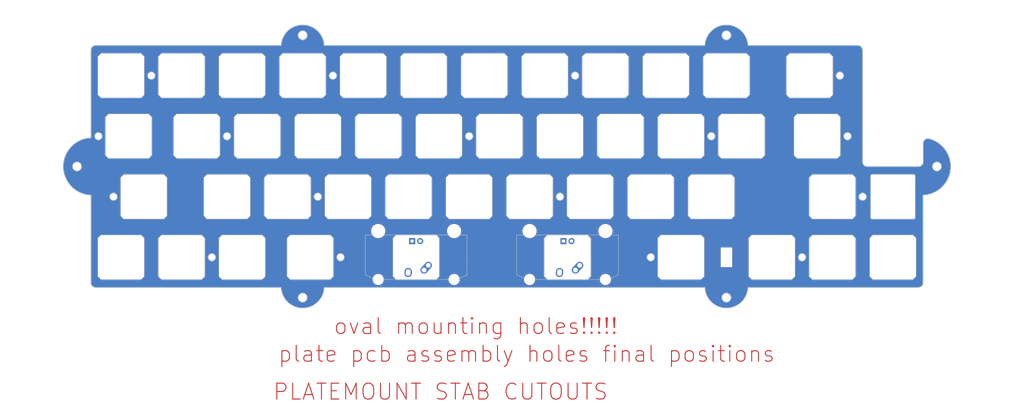
<source format=kicad_pcb>
(kicad_pcb (version 20221018) (generator pcbnew)
  (layers (0 "F.Cu" signal) (31 "B.Cu" signal) (34 "B.Paste" user) (35 "F.Paste" user) (36 "B.SilkS" user "B.Silkscreen") (37 "F.SilkS" user "F.Silkscreen") (38 "B.Mask" user) (39 "F.Mask" user) (44 "Edge.Cuts" user))
  (net 0 "")
  (net 1 "GND")
  (footprint "cipulot_parts:ecs_plate_cut_1U" (layer "F.Cu") (at 243.68125 51.59375)
    (fp_text reference "REF**")
    (fp_text value "Value " hide)
    (fp_line (start -7.3 -6) (end -7.3 6) (stroke (width 0.12)) (layer "Edge.Cuts"))
    (fp_line (start -7.3 6) (end -6.3 7) (stroke (width 0.12)) (layer "Edge.Cuts"))
    (fp_line (start -6.3 -7) (end -7.3 -6) (stroke (width 0.12)) (layer "Edge.Cuts"))
    (fp_line (start -6.3 7) (end 6.3 7) (stroke (width 0.12)) (layer "Edge.Cuts"))
    (fp_line (start 6.3 -7) (end -6.3 -7) (stroke (width 0.12)) (layer "Edge.Cuts"))
    (fp_line (start 6.3 -7) (end 7.3 -6) (stroke (width 0.12)) (layer "Edge.Cuts"))
    (fp_line (start 6.3 7) (end 7.3 6) (stroke (width 0.12)) (layer "Edge.Cuts"))
    (fp_line (start 7.3 6) (end 7.3 -6) (stroke (width 0.12)) (layer "Edge.Cuts"))
  )
  (footprint "cipulot_parts:ecs_plate_cut_1U" (layer "F.Cu") (at 88.9 70.64375)
    (fp_text reference "REF**")
    (fp_text value "Value " hide)
    (fp_line (start -7.3 -6) (end -7.3 6) (stroke (width 0.12)) (layer "Edge.Cuts"))
    (fp_line (start -7.3 6) (end -6.3 7) (stroke (width 0.12)) (layer "Edge.Cuts"))
    (fp_line (start -6.3 -7) (end -7.3 -6) (stroke (width 0.12)) (layer "Edge.Cuts"))
    (fp_line (start -6.3 7) (end 6.3 7) (stroke (width 0.12)) (layer "Edge.Cuts"))
    (fp_line (start 6.3 -7) (end -6.3 -7) (stroke (width 0.12)) (layer "Edge.Cuts"))
    (fp_line (start 6.3 -7) (end 7.3 -6) (stroke (width 0.12)) (layer "Edge.Cuts"))
    (fp_line (start 6.3 7) (end 7.3 6) (stroke (width 0.12)) (layer "Edge.Cuts"))
    (fp_line (start 7.3 6) (end 7.3 -6) (stroke (width 0.12)) (layer "Edge.Cuts"))
  )
  (footprint "cipulot_parts:ecs_plate_cut_1U" (layer "F.Cu") (at 165.1 70.64375)
    (fp_text reference "REF**")
    (fp_text value "Value " hide)
    (fp_line (start -7.3 -6) (end -7.3 6) (stroke (width 0.12)) (layer "Edge.Cuts"))
    (fp_line (start -7.3 6) (end -6.3 7) (stroke (width 0.12)) (layer "Edge.Cuts"))
    (fp_line (start -6.3 -7) (end -7.3 -6) (stroke (width 0.12)) (layer "Edge.Cuts"))
    (fp_line (start -6.3 7) (end 6.3 7) (stroke (width 0.12)) (layer "Edge.Cuts"))
    (fp_line (start 6.3 -7) (end -6.3 -7) (stroke (width 0.12)) (layer "Edge.Cuts"))
    (fp_line (start 6.3 -7) (end 7.3 -6) (stroke (width 0.12)) (layer "Edge.Cuts"))
    (fp_line (start 6.3 7) (end 7.3 6) (stroke (width 0.12)) (layer "Edge.Cuts"))
    (fp_line (start 7.3 6) (end 7.3 -6) (stroke (width 0.12)) (layer "Edge.Cuts"))
  )
  (footprint "cipulot_parts:ecs_plate_cut_1U" (layer "F.Cu") (at 29.36875 70.64375)
    (fp_text reference "REF**")
    (fp_text value "Value " hide)
    (fp_line (start -7.3 -6) (end -7.3 6) (stroke (width 0.12)) (layer "Edge.Cuts"))
    (fp_line (start -7.3 6) (end -6.3 7) (stroke (width 0.12)) (layer "Edge.Cuts"))
    (fp_line (start -6.3 -7) (end -7.3 -6) (stroke (width 0.12)) (layer "Edge.Cuts"))
    (fp_line (start -6.3 7) (end 6.3 7) (stroke (width 0.12)) (layer "Edge.Cuts"))
    (fp_line (start 6.3 -7) (end -6.3 -7) (stroke (width 0.12)) (layer "Edge.Cuts"))
    (fp_line (start 6.3 -7) (end 7.3 -6) (stroke (width 0.12)) (layer "Edge.Cuts"))
    (fp_line (start 6.3 7) (end 7.3 6) (stroke (width 0.12)) (layer "Edge.Cuts"))
    (fp_line (start 7.3 6) (end 7.3 -6) (stroke (width 0.12)) (layer "Edge.Cuts"))
  )
  (footprint "cipulot_parts:ecs_plate_cut_1U" (layer "F.Cu") (at 119.85625 108.74375)
    (fp_text reference "REF**")
    (fp_text value "Value " hide)
    (fp_line (start -7.3 -6) (end -7.3 6) (stroke (width 0.12)) (layer "Edge.Cuts"))
    (fp_line (start -7.3 6) (end -6.3 7) (stroke (width 0.12)) (layer "Edge.Cuts"))
    (fp_line (start -6.3 -7) (end -7.3 -6) (stroke (width 0.12)) (layer "Edge.Cuts"))
    (fp_line (start -6.3 7) (end 6.3 7) (stroke (width 0.12)) (layer "Edge.Cuts"))
    (fp_line (start 6.3 -7) (end -6.3 -7) (stroke (width 0.12)) (layer "Edge.Cuts"))
    (fp_line (start 6.3 -7) (end 7.3 -6) (stroke (width 0.12)) (layer "Edge.Cuts"))
    (fp_line (start 6.3 7) (end 7.3 6) (stroke (width 0.12)) (layer "Edge.Cuts"))
    (fp_line (start 7.3 6) (end 7.3 -6) (stroke (width 0.12)) (layer "Edge.Cuts"))
  )
  (footprint "cipulot_parts:ecs_plate_cut_1U" (layer "F.Cu") (at 46.0375 51.59375)
    (fp_text reference "REF**")
    (fp_text value "Value " hide)
    (fp_line (start -7.3 -6) (end -7.3 6) (stroke (width 0.12)) (layer "Edge.Cuts"))
    (fp_line (start -7.3 6) (end -6.3 7) (stroke (width 0.12)) (layer "Edge.Cuts"))
    (fp_line (start -6.3 -7) (end -7.3 -6) (stroke (width 0.12)) (layer "Edge.Cuts"))
    (fp_line (start -6.3 7) (end 6.3 7) (stroke (width 0.12)) (layer "Edge.Cuts"))
    (fp_line (start 6.3 -7) (end -6.3 -7) (stroke (width 0.12)) (layer "Edge.Cuts"))
    (fp_line (start 6.3 -7) (end 7.3 -6) (stroke (width 0.12)) (layer "Edge.Cuts"))
    (fp_line (start 6.3 7) (end 7.3 6) (stroke (width 0.12)) (layer "Edge.Cuts"))
    (fp_line (start 7.3 6) (end 7.3 -6) (stroke (width 0.12)) (layer "Edge.Cuts"))
  )
  (footprint "cipulot_parts:ecs_plate_cut_1U" (layer "F.Cu") (at 212.725 89.69375)
    (fp_text reference "REF**")
    (fp_text value "Value " hide)
    (fp_line (start -7.3 -6) (end -7.3 6) (stroke (width 0.12)) (layer "Edge.Cuts"))
    (fp_line (start -7.3 6) (end -6.3 7) (stroke (width 0.12)) (layer "Edge.Cuts"))
    (fp_line (start -6.3 -7) (end -7.3 -6) (stroke (width 0.12)) (layer "Edge.Cuts"))
    (fp_line (start -6.3 7) (end 6.3 7) (stroke (width 0.12)) (layer "Edge.Cuts"))
    (fp_line (start 6.3 -7) (end -6.3 -7) (stroke (width 0.12)) (layer "Edge.Cuts"))
    (fp_line (start 6.3 -7) (end 7.3 -6) (stroke (width 0.12)) (layer "Edge.Cuts"))
    (fp_line (start 6.3 7) (end 7.3 6) (stroke (width 0.12)) (layer "Edge.Cuts"))
    (fp_line (start 7.3 6) (end 7.3 -6) (stroke (width 0.12)) (layer "Edge.Cuts"))
  )
  (footprint "cipulot_parts:ecs_plate_cut_1U" (layer "F.Cu") (at 146.05 70.64375)
    (fp_text reference "REF**")
    (fp_text value "Value " hide)
    (fp_line (start -7.3 -6) (end -7.3 6) (stroke (width 0.12)) (layer "Edge.Cuts"))
    (fp_line (start -7.3 6) (end -6.3 7) (stroke (width 0.12)) (layer "Edge.Cuts"))
    (fp_line (start -6.3 -7) (end -7.3 -6) (stroke (width 0.12)) (layer "Edge.Cuts"))
    (fp_line (start -6.3 7) (end 6.3 7) (stroke (width 0.12)) (layer "Edge.Cuts"))
    (fp_line (start 6.3 -7) (end -6.3 -7) (stroke (width 0.12)) (layer "Edge.Cuts"))
    (fp_line (start 6.3 -7) (end 7.3 -6) (stroke (width 0.12)) (layer "Edge.Cuts"))
    (fp_line (start 6.3 7) (end 7.3 6) (stroke (width 0.12)) (layer "Edge.Cuts"))
    (fp_line (start 7.3 6) (end 7.3 -6) (stroke (width 0.12)) (layer "Edge.Cuts"))
  )
  (footprint "cipulot_parts:ecs_plate_cut_1U" (layer "F.Cu") (at 217.4875 51.59375)
    (fp_text reference "REF**")
    (fp_text value "Value " hide)
    (fp_line (start -7.3 -6) (end -7.3 6) (stroke (width 0.12)) (layer "Edge.Cuts"))
    (fp_line (start -7.3 6) (end -6.3 7) (stroke (width 0.12)) (layer "Edge.Cuts"))
    (fp_line (start -6.3 -7) (end -7.3 -6) (stroke (width 0.12)) (layer "Edge.Cuts"))
    (fp_line (start -6.3 7) (end 6.3 7) (stroke (width 0.12)) (layer "Edge.Cuts"))
    (fp_line (start 6.3 -7) (end -6.3 -7) (stroke (width 0.12)) (layer "Edge.Cuts"))
    (fp_line (start 6.3 -7) (end 7.3 -6) (stroke (width 0.12)) (layer "Edge.Cuts"))
    (fp_line (start 6.3 7) (end 7.3 6) (stroke (width 0.12)) (layer "Edge.Cuts"))
    (fp_line (start 7.3 6) (end 7.3 -6) (stroke (width 0.12)) (layer "Edge.Cuts"))
  )
  (footprint "cipulot_parts:ecs_plate_cut_2U" (layer "F.Cu") (at 167.48125 108.74375)
    (fp_text reference "REF**")
    (fp_text value "Value " hide)
    (fp_line (start -16 -7) (end 16 -7) (stroke (width 0.12)) (layer "Edge.Cuts"))
    (fp_line (start -16 0) (end -16 -7) (stroke (width 0.12)) (layer "Edge.Cuts"))
    (fp_line (start -16 0) (end -16 5.5) (stroke (width 0.12)) (layer "Edge.Cuts"))
    (fp_line (start -16 5.5) (end -13 7) (stroke (width 0.12)) (layer "Edge.Cuts"))
    (fp_line (start 13 7) (end -13 7) (stroke (width 0.12)) (layer "Edge.Cuts"))
    (fp_line (start 16 -7) (end 16 0) (stroke (width 0.12)) (layer "Edge.Cuts"))
    (fp_line (start 16 0) (end 16 5.5) (stroke (width 0.12)) (layer "Edge.Cuts"))
    (fp_line (start 16 5.5) (end 13 7) (stroke (width 0.12)) (layer "Edge.Cuts"))
  )
  (footprint "cipulot_parts:ecs_plate_cut_1U" (layer "F.Cu") (at 46.0375 108.74375)
    (fp_text reference "REF**")
    (fp_text value "Value " hide)
    (fp_line (start -7.3 -6) (end -7.3 6) (stroke (width 0.12)) (layer "Edge.Cuts"))
    (fp_line (start -7.3 6) (end -6.3 7) (stroke (width 0.12)) (layer "Edge.Cuts"))
    (fp_line (start -6.3 -7) (end -7.3 -6) (stroke (width 0.12)) (layer "Edge.Cuts"))
    (fp_line (start -6.3 7) (end 6.3 7) (stroke (width 0.12)) (layer "Edge.Cuts"))
    (fp_line (start 6.3 -7) (end -6.3 -7) (stroke (width 0.12)) (layer "Edge.Cuts"))
    (fp_line (start 6.3 -7) (end 7.3 -6) (stroke (width 0.12)) (layer "Edge.Cuts"))
    (fp_line (start 6.3 7) (end 7.3 6) (stroke (width 0.12)) (layer "Edge.Cuts"))
    (fp_line (start 7.3 6) (end 7.3 -6) (stroke (width 0.12)) (layer "Edge.Cuts"))
  )
  (footprint "cipulot_parts:ecs_plate_cut_1U" (layer "F.Cu") (at 127 70.64375)
    (fp_text reference "REF**")
    (fp_text value "Value " hide)
    (fp_line (start -7.3 -6) (end -7.3 6) (stroke (width 0.12)) (layer "Edge.Cuts"))
    (fp_line (start -7.3 6) (end -6.3 7) (stroke (width 0.12)) (layer "Edge.Cuts"))
    (fp_line (start -6.3 -7) (end -7.3 -6) (stroke (width 0.12)) (layer "Edge.Cuts"))
    (fp_line (start -6.3 7) (end 6.3 7) (stroke (width 0.12)) (layer "Edge.Cuts"))
    (fp_line (start 6.3 -7) (end -6.3 -7) (stroke (width 0.12)) (layer "Edge.Cuts"))
    (fp_line (start 6.3 -7) (end 7.3 -6) (stroke (width 0.12)) (layer "Edge.Cuts"))
    (fp_line (start 6.3 7) (end 7.3 6) (stroke (width 0.12)) (layer "Edge.Cuts"))
    (fp_line (start 7.3 6) (end 7.3 -6) (stroke (width 0.12)) (layer "Edge.Cuts"))
  )
  (footprint "cipulot_parts:ecs_plate_cut_1U" (layer "F.Cu") (at 174.625 89.69375)
    (fp_text reference "REF**")
    (fp_text value "Value " hide)
    (fp_line (start -7.3 -6) (end -7.3 6) (stroke (width 0.12)) (layer "Edge.Cuts"))
    (fp_line (start -7.3 6) (end -6.3 7) (stroke (width 0.12)) (layer "Edge.Cuts"))
    (fp_line (start -6.3 -7) (end -7.3 -6) (stroke (width 0.12)) (layer "Edge.Cuts"))
    (fp_line (start -6.3 7) (end 6.3 7) (stroke (width 0.12)) (layer "Edge.Cuts"))
    (fp_line (start 6.3 -7) (end -6.3 -7) (stroke (width 0.12)) (layer "Edge.Cuts"))
    (fp_line (start 6.3 -7) (end 7.3 -6) (stroke (width 0.12)) (layer "Edge.Cuts"))
    (fp_line (start 6.3 7) (end 7.3 6) (stroke (width 0.12)) (layer "Edge.Cuts"))
    (fp_line (start 7.3 6) (end 7.3 -6) (stroke (width 0.12)) (layer "Edge.Cuts"))
  )
  (footprint "cipulot_parts:ecs_plate_cut_2U" (layer "F.Cu") (at 119.85625 108.74375)
    (fp_text reference "REF**")
    (fp_text value "Value " hide)
    (fp_line (start -16 -7) (end 16 -7) (stroke (width 0.12)) (layer "Edge.Cuts"))
    (fp_line (start -16 0) (end -16 -7) (stroke (width 0.12)) (layer "Edge.Cuts"))
    (fp_line (start -16 0) (end -16 5.5) (stroke (width 0.12)) (layer "Edge.Cuts"))
    (fp_line (start -16 5.5) (end -13 7) (stroke (width 0.12)) (layer "Edge.Cuts"))
    (fp_line (start 13 7) (end -13 7) (stroke (width 0.12)) (layer "Edge.Cuts"))
    (fp_line (start 16 -7) (end 16 0) (stroke (width 0.12)) (layer "Edge.Cuts"))
    (fp_line (start 16 0) (end 16 5.5) (stroke (width 0.12)) (layer "Edge.Cuts"))
    (fp_line (start 16 5.5) (end 13 7) (stroke (width 0.12)) (layer "Edge.Cuts"))
  )
  (footprint "cipulot_parts:MX-2.75U" (layer "F.Cu") (at 167.48125 108.74375 180)
    (fp_text reference "REF**")
    (fp_text value "2.75U")
    (pad "" np_thru_hole circle (at -11.938 -6.985 180) (size 3.048 3.048) (drill 3.048) (layers "*.Cu" "*.Mask"))
    (pad "" np_thru_hole circle (at -11.938 8.255 180) (size 3.9878 3.9878) (drill 3.9878) (layers "*.Cu" "*.Mask"))
    (pad "" np_thru_hole circle (at -5.08 0 228.0996) (size 1.75 1.75) (drill 1.75) (layers "*.Cu" "*.Mask"))
    (pad "" np_thru_hole circle (at 0 0 180) (size 3.9878 3.9878) (drill 3.9878) (layers "*.Cu" "*.Mask"))
    (pad "" np_thru_hole circle (at 5.08 0 228.0996) (size 1.75 1.75) (drill 1.75) (layers "*.Cu" "*.Mask"))
    (pad "" np_thru_hole circle (at 11.938 -6.985 180) (size 3.048 3.048) (drill 3.048) (layers "*.Cu" "*.Mask"))
    (pad "" np_thru_hole circle (at 11.938 8.255 180) (size 3.9878 3.9878) (drill 3.9878) (layers "*.Cu" "*.Mask"))
    (pad "1" thru_hole oval (at -3.81 -2.54 228.0996) (size 4.211556 2.25) (drill 1.47 (offset 0.980778 0)) (layers "*.Cu" "B.Mask"))
    (pad "1" thru_hole circle (at -2.5 -4 180) (size 2.25 2.25) (drill 1.47) (layers "*.Cu" "B.Mask"))
    (pad "2" thru_hole oval (at 2.5 -4.5 266.0548) (size 2.831378 2.25) (drill 1.47 (offset 0.290689 0)) (layers "*.Cu" "B.Mask"))
    (pad "2" thru_hole circle (at 2.54 -5.08 180) (size 2.25 2.25) (drill 1.47) (layers "*.Cu" "B.Mask"))
    (pad "3" thru_hole circle (at -1.27 5.08 180) (size 1.905 1.905) (drill 1.04) (layers "*.Cu" "B.Mask"))
    (pad "4" thru_hole rect (at 1.27 5.08 180) (size 1.905 1.905) (drill 1.04) (layers "*.Cu" "B.Mask"))
  )
  (footprint "cipulot_parts:ecs_plate_cut_1U" (layer "F.Cu") (at 203.2 108.74375)
    (fp_text reference "REF**")
    (fp_text value "Value " hide)
    (fp_line (start -7.3 -6) (end -7.3 6) (stroke (width 0.12)) (layer "Edge.Cuts"))
    (fp_line (start -7.3 6) (end -6.3 7) (stroke (width 0.12)) (layer "Edge.Cuts"))
    (fp_line (start -6.3 -7) (end -7.3 -6) (stroke (width 0.12)) (layer "Edge.Cuts"))
    (fp_line (start -6.3 7) (end 6.3 7) (stroke (width 0.12)) (layer "Edge.Cuts"))
    (fp_line (start 6.3 -7) (end -6.3 -7) (stroke (width 0.12)) (layer "Edge.Cuts"))
    (fp_line (start 6.3 -7) (end 7.3 -6) (stroke (width 0.12)) (layer "Edge.Cuts"))
    (fp_line (start 6.3 7) (end 7.3 6) (stroke (width 0.12)) (layer "Edge.Cuts"))
    (fp_line (start 7.3 6) (end 7.3 -6) (stroke (width 0.12)) (layer "Edge.Cuts"))
  )
  (footprint "cipulot_parts:ecs_plate_cut_1U" (layer "F.Cu") (at 26.9875 108.74375)
    (fp_text reference "REF**")
    (fp_text value "Value " hide)
    (fp_line (start -7.3 -6) (end -7.3 6) (stroke (width 0.12)) (layer "Edge.Cuts"))
    (fp_line (start -7.3 6) (end -6.3 7) (stroke (width 0.12)) (layer "Edge.Cuts"))
    (fp_line (start -6.3 -7) (end -7.3 -6) (stroke (width 0.12)) (layer "Edge.Cuts"))
    (fp_line (start -6.3 7) (end 6.3 7) (stroke (width 0.12)) (layer "Edge.Cuts"))
    (fp_line (start 6.3 -7) (end -6.3 -7) (stroke (width 0.12)) (layer "Edge.Cuts"))
    (fp_line (start 6.3 -7) (end 7.3 -6) (stroke (width 0.12)) (layer "Edge.Cuts"))
    (fp_line (start 6.3 7) (end 7.3 6) (stroke (width 0.12)) (layer "Edge.Cuts"))
    (fp_line (start 7.3 6) (end 7.3 -6) (stroke (width 0.12)) (layer "Edge.Cuts"))
  )
  (footprint "cipulot_parts:ecs_plate_cut_1U" (layer "F.Cu") (at 250.825 108.74375)
    (fp_text reference "REF**")
    (fp_text value "Value " hide)
    (fp_line (start -7.3 -6) (end -7.3 6) (stroke (width 0.12)) (layer "Edge.Cuts"))
    (fp_line (start -7.3 6) (end -6.3 7) (stroke (width 0.12)) (layer "Edge.Cuts"))
    (fp_line (start -6.3 -7) (end -7.3 -6) (stroke (width 0.12)) (layer "Edge.Cuts"))
    (fp_line (start -6.3 7) (end 6.3 7) (stroke (width 0.12)) (layer "Edge.Cuts"))
    (fp_line (start 6.3 -7) (end -6.3 -7) (stroke (width 0.12)) (layer "Edge.Cuts"))
    (fp_line (start 6.3 -7) (end 7.3 -6) (stroke (width 0.12)) (layer "Edge.Cuts"))
    (fp_line (start 6.3 7) (end 7.3 6) (stroke (width 0.12)) (layer "Edge.Cuts"))
    (fp_line (start 7.3 6) (end 7.3 -6) (stroke (width 0.12)) (layer "Edge.Cuts"))
  )
  (footprint "cipulot_parts:ecs_plate_cut_1U" (layer "F.Cu") (at 193.675 89.69375)
    (fp_text reference "REF**")
    (fp_text value "Value " hide)
    (fp_line (start -7.3 -6) (end -7.3 6) (stroke (width 0.12)) (layer "Edge.Cuts"))
    (fp_line (start -7.3 6) (end -6.3 7) (stroke (width 0.12)) (layer "Edge.Cuts"))
    (fp_line (start -6.3 -7) (end -7.3 -6) (stroke (width 0.12)) (layer "Edge.Cuts"))
    (fp_line (start -6.3 7) (end 6.3 7) (stroke (width 0.12)) (layer "Edge.Cuts"))
    (fp_line (start 6.3 -7) (end -6.3 -7) (stroke (width 0.12)) (layer "Edge.Cuts"))
    (fp_line (start 6.3 -7) (end 7.3 -6) (stroke (width 0.12)) (layer "Edge.Cuts"))
    (fp_line (start 6.3 7) (end 7.3 6) (stroke (width 0.12)) (layer "Edge.Cuts"))
    (fp_line (start 7.3 6) (end 7.3 -6) (stroke (width 0.12)) (layer "Edge.Cuts"))
  )
  (footprint "cipulot_parts:ecs_plate_cut_1U" (layer "F.Cu") (at 65.0875 51.59375)
    (fp_text reference "REF**")
    (fp_text value "Value " hide)
    (fp_line (start -7.3 -6) (end -7.3 6) (stroke (width 0.12)) (layer "Edge.Cuts"))
    (fp_line (start -7.3 6) (end -6.3 7) (stroke (width 0.12)) (layer "Edge.Cuts"))
    (fp_line (start -6.3 -7) (end -7.3 -6) (stroke (width 0.12)) (layer "Edge.Cuts"))
    (fp_line (start -6.3 7) (end 6.3 7) (stroke (width 0.12)) (layer "Edge.Cuts"))
    (fp_line (start 6.3 -7) (end -6.3 -7) (stroke (width 0.12)) (layer "Edge.Cuts"))
    (fp_line (start 6.3 -7) (end 7.3 -6) (stroke (width 0.12)) (layer "Edge.Cuts"))
    (fp_line (start 6.3 7) (end 7.3 6) (stroke (width 0.12)) (layer "Edge.Cuts"))
    (fp_line (start 7.3 6) (end 7.3 -6) (stroke (width 0.12)) (layer "Edge.Cuts"))
  )
  (footprint "cipulot_parts:ecs_plate_cut_1U" (layer "F.Cu") (at 179.3875 51.59375)
    (fp_text reference "REF**")
    (fp_text value "Value " hide)
    (fp_line (start -7.3 -6) (end -7.3 6) (stroke (width 0.12)) (layer "Edge.Cuts"))
    (fp_line (start -7.3 6) (end -6.3 7) (stroke (width 0.12)) (layer "Edge.Cuts"))
    (fp_line (start -6.3 -7) (end -7.3 -6) (stroke (width 0.12)) (layer "Edge.Cuts"))
    (fp_line (start -6.3 7) (end 6.3 7) (stroke (width 0.12)) (layer "Edge.Cuts"))
    (fp_line (start 6.3 -7) (end -6.3 -7) (stroke (width 0.12)) (layer "Edge.Cuts"))
    (fp_line (start 6.3 -7) (end 7.3 -6) (stroke (width 0.12)) (layer "Edge.Cuts"))
    (fp_line (start 6.3 7) (end 7.3 6) (stroke (width 0.12)) (layer "Edge.Cuts"))
    (fp_line (start 7.3 6) (end 7.3 -6) (stroke (width 0.12)) (layer "Edge.Cuts"))
  )
  (footprint "cipulot_parts:ecs_plate_cut_1U" (layer "F.Cu") (at 222.25 70.64375)
    (fp_text reference "REF**")
    (fp_text value "Value " hide)
    (fp_line (start -7.3 -6) (end -7.3 6) (stroke (width 0.12)) (layer "Edge.Cuts"))
    (fp_line (start -7.3 6) (end -6.3 7) (stroke (width 0.12)) (layer "Edge.Cuts"))
    (fp_line (start -6.3 -7) (end -7.3 -6) (stroke (width 0.12)) (layer "Edge.Cuts"))
    (fp_line (start -6.3 7) (end 6.3 7) (stroke (width 0.12)) (layer "Edge.Cuts"))
    (fp_line (start 6.3 -7) (end -6.3 -7) (stroke (width 0.12)) (layer "Edge.Cuts"))
    (fp_line (start 6.3 -7) (end 7.3 -6) (stroke (width 0.12)) (layer "Edge.Cuts"))
    (fp_line (start 6.3 7) (end 7.3 6) (stroke (width 0.12)) (layer "Edge.Cuts"))
    (fp_line (start 7.3 6) (end 7.3 -6) (stroke (width 0.12)) (layer "Edge.Cuts"))
  )
  (footprint "cipulot_parts:ecs_plate_cut_1U" (layer "F.Cu") (at 34.13125 89.69375)
    (fp_text reference "REF**")
    (fp_text value "Value " hide)
    (fp_line (start -7.3 -6) (end -7.3 6) (stroke (width 0.12)) (layer "Edge.Cuts"))
    (fp_line (start -7.3 6) (end -6.3 7) (stroke (width 0.12)) (layer "Edge.Cuts"))
    (fp_line (start -6.3 -7) (end -7.3 -6) (stroke (width 0.12)) (layer "Edge.Cuts"))
    (fp_line (start -6.3 7) (end 6.3 7) (stroke (width 0.12)) (layer "Edge.Cuts"))
    (fp_line (start 6.3 -7) (end -6.3 -7) (stroke (width 0.12)) (layer "Edge.Cuts"))
    (fp_line (start 6.3 -7) (end 7.3 -6) (stroke (width 0.12)) (layer "Edge.Cuts"))
    (fp_line (start 6.3 7) (end 7.3 6) (stroke (width 0.12)) (layer "Edge.Cuts"))
    (fp_line (start 7.3 6) (end 7.3 -6) (stroke (width 0.12)) (layer "Edge.Cuts"))
  )
  (footprint "cipulot_parts:ecs_plate_cut_1U" (layer "F.Cu") (at 198.4375 51.59375)
    (fp_text reference "REF**")
    (fp_text value "Value " hide)
    (fp_line (start -7.3 -6) (end -7.3 6) (stroke (width 0.12)) (layer "Edge.Cuts"))
    (fp_line (start -7.3 6) (end -6.3 7) (stroke (width 0.12)) (layer "Edge.Cuts"))
    (fp_line (start -6.3 -7) (end -7.3 -6) (stroke (width 0.12)) (layer "Edge.Cuts"))
    (fp_line (start -6.3 7) (end 6.3 7) (stroke (width 0.12)) (layer "Edge.Cuts"))
    (fp_line (start 6.3 -7) (end -6.3 -7) (stroke (width 0.12)) (layer "Edge.Cuts"))
    (fp_line (start 6.3 -7) (end 7.3 -6) (stroke (width 0.12)) (layer "Edge.Cuts"))
    (fp_line (start 6.3 7) (end 7.3 6) (stroke (width 0.12)) (layer "Edge.Cuts"))
    (fp_line (start 7.3 6) (end 7.3 -6) (stroke (width 0.12)) (layer "Edge.Cuts"))
  )
  (footprint "cipulot_parts:ecs_plate_cut_1U" (layer "F.Cu") (at 26.9875 51.59375)
    (fp_text reference "REF**")
    (fp_text value "Value " hide)
    (fp_line (start -7.3 -6) (end -7.3 6) (stroke (width 0.12)) (layer "Edge.Cuts"))
    (fp_line (start -7.3 6) (end -6.3 7) (stroke (width 0.12)) (layer "Edge.Cuts"))
    (fp_line (start -6.3 -7) (end -7.3 -6) (stroke (width 0.12)) (layer "Edge.Cuts"))
    (fp_line (start -6.3 7) (end 6.3 7) (stroke (width 0.12)) (layer "Edge.Cuts"))
    (fp_line (start 6.3 -7) (end -6.3 -7) (stroke (width 0.12)) (layer "Edge.Cuts"))
    (fp_line (start 6.3 -7) (end 7.3 -6) (stroke (width 0.12)) (layer "Edge.Cuts"))
    (fp_line (start 6.3 7) (end 7.3 6) (stroke (width 0.12)) (layer "Edge.Cuts"))
    (fp_line (start 7.3 6) (end 7.3 -6) (stroke (width 0.12)) (layer "Edge.Cuts"))
  )
  (footprint "cipulot_parts:ecs_plate_cut_1U" (layer "F.Cu") (at 86.51875 108.74375)
    (fp_text reference "REF**")
    (fp_text value "Value " hide)
    (fp_line (start -7.3 -6) (end -7.3 6) (stroke (width 0.12)) (layer "Edge.Cuts"))
    (fp_line (start -7.3 6) (end -6.3 7) (stroke (width 0.12)) (layer "Edge.Cuts"))
    (fp_line (start -6.3 -7) (end -7.3 -6) (stroke (width 0.12)) (layer "Edge.Cuts"))
    (fp_line (start -6.3 7) (end 6.3 7) (stroke (width 0.12)) (layer "Edge.Cuts"))
    (fp_line (start 6.3 -7) (end -6.3 -7) (stroke (width 0.12)) (layer "Edge.Cuts"))
    (fp_line (start 6.3 -7) (end 7.3 -6) (stroke (width 0.12)) (layer "Edge.Cuts"))
    (fp_line (start 6.3 7) (end 7.3 6) (stroke (width 0.12)) (layer "Edge.Cuts"))
    (fp_line (start 7.3 6) (end 7.3 -6) (stroke (width 0.12)) (layer "Edge.Cuts"))
  )
  (footprint "cipulot_parts:ecs_plate_cut_1U" (layer "F.Cu") (at 50.8 70.64375)
    (fp_text reference "REF**")
    (fp_text value "Value " hide)
    (fp_line (start -7.3 -6) (end -7.3 6) (stroke (width 0.12)) (layer "Edge.Cuts"))
    (fp_line (start -7.3 6) (end -6.3 7) (stroke (width 0.12)) (layer "Edge.Cuts"))
    (fp_line (start -6.3 -7) (end -7.3 -6) (stroke (width 0.12)) (layer "Edge.Cuts"))
    (fp_line (start -6.3 7) (end 6.3 7) (stroke (width 0.12)) (layer "Edge.Cuts"))
    (fp_line (start 6.3 -7) (end -6.3 -7) (stroke (width 0.12)) (layer "Edge.Cuts"))
    (fp_line (start 6.3 -7) (end 7.3 -6) (stroke (width 0.12)) (layer "Edge.Cuts"))
    (fp_line (start 6.3 7) (end 7.3 6) (stroke (width 0.12)) (layer "Edge.Cuts"))
    (fp_line (start 7.3 6) (end 7.3 -6) (stroke (width 0.12)) (layer "Edge.Cuts"))
  )
  (footprint "cipulot_parts:ecs_plate_cut_1U" (layer "F.Cu") (at 269.875 108.74375)
    (fp_text reference "REF**")
    (fp_text value "Value " hide)
    (fp_line (start -7.3 -6) (end -7.3 6) (stroke (width 0.12)) (layer "Edge.Cuts"))
    (fp_line (start -7.3 6) (end -6.3 7) (stroke (width 0.12)) (layer "Edge.Cuts"))
    (fp_line (start -6.3 -7) (end -7.3 -6) (stroke (width 0.12)) (layer "Edge.Cuts"))
    (fp_line (start -6.3 7) (end 6.3 7) (stroke (width 0.12)) (layer "Edge.Cuts"))
    (fp_line (start 6.3 -7) (end -6.3 -7) (stroke (width 0.12)) (layer "Edge.Cuts"))
    (fp_line (start 6.3 -7) (end 7.3 -6) (stroke (width 0.12)) (layer "Edge.Cuts"))
    (fp_line (start 6.3 7) (end 7.3 6) (stroke (width 0.12)) (layer "Edge.Cuts"))
    (fp_line (start 7.3 6) (end 7.3 -6) (stroke (width 0.12)) (layer "Edge.Cuts"))
  )
  (footprint "cipulot_parts:ecs_plate_cut_1U" (layer "F.Cu") (at 250.825 89.69375)
    (fp_text reference "REF**")
    (fp_text value "Value " hide)
    (fp_line (start -7.3 -6) (end -7.3 6) (stroke (width 0.12)) (layer "Edge.Cuts"))
    (fp_line (start -7.3 6) (end -6.3 7) (stroke (width 0.12)) (layer "Edge.Cuts"))
    (fp_line (start -6.3 -7) (end -7.3 -6) (stroke (width 0.12)) (layer "Edge.Cuts"))
    (fp_line (start -6.3 7) (end 6.3 7) (stroke (width 0.12)) (layer "Edge.Cuts"))
    (fp_line (start 6.3 -7) (end -6.3 -7) (stroke (width 0.12)) (layer "Edge.Cuts"))
    (fp_line (start 6.3 -7) (end 7.3 -6) (stroke (width 0.12)) (layer "Edge.Cuts"))
    (fp_line (start 6.3 7) (end 7.3 6) (stroke (width 0.12)) (layer "Edge.Cuts"))
    (fp_line (start 7.3 6) (end 7.3 -6) (stroke (width 0.12)) (layer "Edge.Cuts"))
  )
  (footprint "cipulot_parts:ecs_plate_cut_1U" (layer "F.Cu") (at 65.0875 108.74375)
    (fp_text reference "REF**")
    (fp_text value "Value " hide)
    (fp_line (start -7.3 -6) (end -7.3 6) (stroke (width 0.12)) (layer "Edge.Cuts"))
    (fp_line (start -7.3 6) (end -6.3 7) (stroke (width 0.12)) (layer "Edge.Cuts"))
    (fp_line (start -6.3 -7) (end -7.3 -6) (stroke (width 0.12)) (layer "Edge.Cuts"))
    (fp_line (start -6.3 7) (end 6.3 7) (stroke (width 0.12)) (layer "Edge.Cuts"))
    (fp_line (start 6.3 -7) (end -6.3 -7) (stroke (width 0.12)) (layer "Edge.Cuts"))
    (fp_line (start 6.3 -7) (end 7.3 -6) (stroke (width 0.12)) (layer "Edge.Cuts"))
    (fp_line (start 6.3 7) (end 7.3 6) (stroke (width 0.12)) (layer "Edge.Cuts"))
    (fp_line (start 7.3 6) (end 7.3 -6) (stroke (width 0.12)) (layer "Edge.Cuts"))
  )
  (footprint "cipulot_parts:ecs_plate_cut_1U" (layer "F.Cu") (at 69.85 70.64375)
    (fp_text reference "REF**")
    (fp_text value "Value " hide)
    (fp_line (start -7.3 -6) (end -7.3 6) (stroke (width 0.12)) (layer "Edge.Cuts"))
    (fp_line (start -7.3 6) (end -6.3 7) (stroke (width 0.12)) (layer "Edge.Cuts"))
    (fp_line (start -6.3 -7) (end -7.3 -6) (stroke (width 0.12)) (layer "Edge.Cuts"))
    (fp_line (start -6.3 7) (end 6.3 7) (stroke (width 0.12)) (layer "Edge.Cuts"))
    (fp_line (start 6.3 -7) (end -6.3 -7) (stroke (width 0.12)) (layer "Edge.Cuts"))
    (fp_line (start 6.3 -7) (end 7.3 -6) (stroke (width 0.12)) (layer "Edge.Cuts"))
    (fp_line (start 6.3 7) (end 7.3 6) (stroke (width 0.12)) (layer "Edge.Cuts"))
    (fp_line (start 7.3 6) (end 7.3 -6) (stroke (width 0.12)) (layer "Edge.Cuts"))
  )
  (footprint "cipulot_parts:ecs_plate_cut_1U" (layer "F.Cu") (at 160.3375 51.59375)
    (fp_text reference "REF**")
    (fp_text value "Value " hide)
    (fp_line (start -7.3 -6) (end -7.3 6) (stroke (width 0.12)) (layer "Edge.Cuts"))
    (fp_line (start -7.3 6) (end -6.3 7) (stroke (width 0.12)) (layer "Edge.Cuts"))
    (fp_line (start -6.3 -7) (end -7.3 -6) (stroke (width 0.12)) (layer "Edge.Cuts"))
    (fp_line (start -6.3 7) (end 6.3 7) (stroke (width 0.12)) (layer "Edge.Cuts"))
    (fp_line (start 6.3 -7) (end -6.3 -7) (stroke (width 0.12)) (layer "Edge.Cuts"))
    (fp_line (start 6.3 -7) (end 7.3 -6) (stroke (width 0.12)) (layer "Edge.Cuts"))
    (fp_line (start 6.3 7) (end 7.3 6) (stroke (width 0.12)) (layer "Edge.Cuts"))
    (fp_line (start 7.3 6) (end 7.3 -6) (stroke (width 0.12)) (layer "Edge.Cuts"))
  )
  (footprint "cipulot_parts:MX-2.25U" (layer "F.Cu") (at 119.85625 108.74375 180)
    (fp_text reference "REF**")
    (fp_text value "2.25U")
    (pad "" np_thru_hole circle (at -11.938 -6.985 180) (size 3.048 3.048) (drill 3.048) (layers "*.Cu" "*.Mask"))
    (pad "" np_thru_hole circle (at -11.938 8.255 180) (size 3.9878 3.9878) (drill 3.9878) (layers "*.Cu" "*.Mask"))
    (pad "" np_thru_hole circle (at -5.08 0 228.0996) (size 1.75 1.75) (drill 1.75) (layers "*.Cu" "*.Mask"))
    (pad "" np_thru_hole circle (at 0 0 180) (size 3.9878 3.9878) (drill 3.9878) (layers "*.Cu" "*.Mask"))
    (pad "" np_thru_hole circle (at 5.08 0 228.0996) (size 1.75 1.75) (drill 1.75) (layers "*.Cu" "*.Mask"))
    (pad "" np_thru_hole circle (at 11.938 -6.985 180) (size 3.048 3.048) (drill 3.048) (layers "*.Cu" "*.Mask"))
    (pad "" np_thru_hole circle (at 11.938 8.255 180) (size 3.9878 3.9878) (drill 3.9878) (layers "*.Cu" "*.Mask"))
    (pad "1" thru_hole oval (at -3.81 -2.54 228.0996) (size 4.211556 2.25) (drill 1.47 (offset 0.980778 0)) (layers "*.Cu" "B.Mask"))
    (pad "1" thru_hole circle (at -2.5 -4 180) (size 2.25 2.25) (drill 1.47) (layers "*.Cu" "B.Mask"))
    (pad "2" thru_hole oval (at 2.5 -4.5 266.0548) (size 2.831378 2.25) (drill 1.47 (offset 0.290689 0)) (layers "*.Cu" "B.Mask"))
    (pad "2" thru_hole circle (at 2.54 -5.08 180) (size 2.25 2.25) (drill 1.47) (layers "*.Cu" "B.Mask"))
    (pad "3" thru_hole circle (at -1.27 5.08 180) (size 1.905 1.905) (drill 1.04) (layers "*.Cu" "B.Mask"))
    (pad "4" thru_hole rect (at 1.27 5.08 180) (size 1.905 1.905) (drill 1.04) (layers "*.Cu" "B.Mask"))
  )
  (footprint "cipulot_parts:ecs_plate_cut_1U" (layer "F.Cu") (at 155.575 89.69375)
    (fp_text reference "REF**")
    (fp_text value "Value " hide)
    (fp_line (start -7.3 -6) (end -7.3 6) (stroke (width 0.12)) (layer "Edge.Cuts"))
    (fp_line (start -7.3 6) (end -6.3 7) (stroke (width 0.12)) (layer "Edge.Cuts"))
    (fp_line (start -6.3 -7) (end -7.3 -6) (stroke (width 0.12)) (layer "Edge.Cuts"))
    (fp_line (start -6.3 7) (end 6.3 7) (stroke (width 0.12)) (layer "Edge.Cuts"))
    (fp_line (start 6.3 -7) (end -6.3 -7) (stroke (width 0.12)) (layer "Edge.Cuts"))
    (fp_line (start 6.3 -7) (end 7.3 -6) (stroke (width 0.12)) (layer "Edge.Cuts"))
    (fp_line (start 6.3 7) (end 7.3 6) (stroke (width 0.12)) (layer "Edge.Cuts"))
    (fp_line (start 7.3 6) (end 7.3 -6) (stroke (width 0.12)) (layer "Edge.Cuts"))
  )
  (footprint "cipulot_parts:ecs_plate_cut_1U" (layer "F.Cu") (at 141.2875 51.59375)
    (fp_text reference "REF**")
    (fp_text value "Value " hide)
    (fp_line (start -7.3 -6) (end -7.3 6) (stroke (width 0.12)) (layer "Edge.Cuts"))
    (fp_line (start -7.3 6) (end -6.3 7) (stroke (width 0.12)) (layer "Edge.Cuts"))
    (fp_line (start -6.3 -7) (end -7.3 -6) (stroke (width 0.12)) (layer "Edge.Cuts"))
    (fp_line (start -6.3 7) (end 6.3 7) (stroke (width 0.12)) (layer "Edge.Cuts"))
    (fp_line (start 6.3 -7) (end -6.3 -7) (stroke (width 0.12)) (layer "Edge.Cuts"))
    (fp_line (start 6.3 -7) (end 7.3 -6) (stroke (width 0.12)) (layer "Edge.Cuts"))
    (fp_line (start 6.3 7) (end 7.3 6) (stroke (width 0.12)) (layer "Edge.Cuts"))
    (fp_line (start 7.3 6) (end 7.3 -6) (stroke (width 0.12)) (layer "Edge.Cuts"))
  )
  (footprint "cipulot_parts:ecs_plate_cut_1U" (layer "F.Cu") (at 246.0625 70.64375)
    (fp_text reference "REF**")
    (fp_text value "Value " hide)
    (fp_line (start -7.3 -6) (end -7.3 6) (stroke (width 0.12)) (layer "Edge.Cuts"))
    (fp_line (start -7.3 6) (end -6.3 7) (stroke (width 0.12)) (layer "Edge.Cuts"))
    (fp_line (start -6.3 -7) (end -7.3 -6) (stroke (width 0.12)) (layer "Edge.Cuts"))
    (fp_line (start -6.3 7) (end 6.3 7) (stroke (width 0.12)) (layer "Edge.Cuts"))
    (fp_line (start 6.3 -7) (end -6.3 -7) (stroke (width 0.12)) (layer "Edge.Cuts"))
    (fp_line (start 6.3 -7) (end 7.3 -6) (stroke (width 0.12)) (layer "Edge.Cuts"))
    (fp_line (start 6.3 7) (end 7.3 6) (stroke (width 0.12)) (layer "Edge.Cuts"))
    (fp_line (start 7.3 6) (end 7.3 -6) (stroke (width 0.12)) (layer "Edge.Cuts"))
  )
  (footprint "cipulot_parts:ecs_plate_cut_1U" (layer "F.Cu") (at 107.95 70.64375)
    (fp_text reference "REF**")
    (fp_text value "Value " hide)
    (fp_line (start -7.3 -6) (end -7.3 6) (stroke (width 0.12)) (layer "Edge.Cuts"))
    (fp_line (start -7.3 6) (end -6.3 7) (stroke (width 0.12)) (layer "Edge.Cuts"))
    (fp_line (start -6.3 -7) (end -7.3 -6) (stroke (width 0.12)) (layer "Edge.Cuts"))
    (fp_line (start -6.3 7) (end 6.3 7) (stroke (width 0.12)) (layer "Edge.Cuts"))
    (fp_line (start 6.3 -7) (end -6.3 -7) (stroke (width 0.12)) (layer "Edge.Cuts"))
    (fp_line (start 6.3 -7) (end 7.3 -6) (stroke (width 0.12)) (layer "Edge.Cuts"))
    (fp_line (start 6.3 7) (end 7.3 6) (stroke (width 0.12)) (layer "Edge.Cuts"))
    (fp_line (start 7.3 6) (end 7.3 -6) (stroke (width 0.12)) (layer "Edge.Cuts"))
  )
  (footprint "cipulot_parts:ecs_plate_cut_1U" (layer "F.Cu") (at 167.48125 108.74375)
    (fp_text reference "REF**")
    (fp_text value "Value " hide)
    (fp_line (start -7.3 -6) (end -7.3 6) (stroke (width 0.12)) (layer "Edge.Cuts"))
    (fp_line (start -7.3 6) (end -6.3 7) (stroke (width 0.12)) (layer "Edge.Cuts"))
    (fp_line (start -6.3 -7) (end -7.3 -6) (stroke (width 0.12)) (layer "Edge.Cuts"))
    (fp_line (start -6.3 7) (end 6.3 7) (stroke (width 0.12)) (layer "Edge.Cuts"))
    (fp_line (start 6.3 -7) (end -6.3 -7) (stroke (width 0.12)) (layer "Edge.Cuts"))
    (fp_line (start 6.3 -7) (end 7.3 -6) (stroke (width 0.12)) (layer "Edge.Cuts"))
    (fp_line (start 6.3 7) (end 7.3 6) (stroke (width 0.12)) (layer "Edge.Cuts"))
    (fp_line (start 7.3 6) (end 7.3 -6) (stroke (width 0.12)) (layer "Edge.Cuts"))
  )
  (footprint "cipulot_parts:ecs_plate_cut_1U" (layer "F.Cu") (at 117.475 89.69375)
    (fp_text reference "REF**")
    (fp_text value "Value " hide)
    (fp_line (start -7.3 -6) (end -7.3 6) (stroke (width 0.12)) (layer "Edge.Cuts"))
    (fp_line (start -7.3 6) (end -6.3 7) (stroke (width 0.12)) (layer "Edge.Cuts"))
    (fp_line (start -6.3 -7) (end -7.3 -6) (stroke (width 0.12)) (layer "Edge.Cuts"))
    (fp_line (start -6.3 7) (end 6.3 7) (stroke (width 0.12)) (layer "Edge.Cuts"))
    (fp_line (start 6.3 -7) (end -6.3 -7) (stroke (width 0.12)) (layer "Edge.Cuts"))
    (fp_line (start 6.3 -7) (end 7.3 -6) (stroke (width 0.12)) (layer "Edge.Cuts"))
    (fp_line (start 6.3 7) (end 7.3 6) (stroke (width 0.12)) (layer "Edge.Cuts"))
    (fp_line (start 7.3 6) (end 7.3 -6) (stroke (width 0.12)) (layer "Edge.Cuts"))
  )
  (footprint "cipulot_parts:ecs_plate_cut_1U" (layer "F.Cu") (at 122.2375 51.59375)
    (fp_text reference "REF**")
    (fp_text value "Value " hide)
    (fp_line (start -7.3 -6) (end -7.3 6) (stroke (width 0.12)) (layer "Edge.Cuts"))
    (fp_line (start -7.3 6) (end -6.3 7) (stroke (width 0.12)) (layer "Edge.Cuts"))
    (fp_line (start -6.3 -7) (end -7.3 -6) (stroke (width 0.12)) (layer "Edge.Cuts"))
    (fp_line (start -6.3 7) (end 6.3 7) (stroke (width 0.12)) (layer "Edge.Cuts"))
    (fp_line (start 6.3 -7) (end -6.3 -7) (stroke (width 0.12)) (layer "Edge.Cuts"))
    (fp_line (start 6.3 -7) (end 7.3 -6) (stroke (width 0.12)) (layer "Edge.Cuts"))
    (fp_line (start 6.3 7) (end 7.3 6) (stroke (width 0.12)) (layer "Edge.Cuts"))
    (fp_line (start 7.3 6) (end 7.3 -6) (stroke (width 0.12)) (layer "Edge.Cuts"))
  )
  (footprint "cipulot_parts:ecs_plate_cut_1U" (layer "F.Cu") (at 98.425 89.69375)
    (fp_text reference "REF**")
    (fp_text value "Value " hide)
    (fp_line (start -7.3 -6) (end -7.3 6) (stroke (width 0.12)) (layer "Edge.Cuts"))
    (fp_line (start -7.3 6) (end -6.3 7) (stroke (width 0.12)) (layer "Edge.Cuts"))
    (fp_line (start -6.3 -7) (end -7.3 -6) (stroke (width 0.12)) (layer "Edge.Cuts"))
    (fp_line (start -6.3 7) (end 6.3 7) (stroke (width 0.12)) (layer "Edge.Cuts"))
    (fp_line (start 6.3 -7) (end -6.3 -7) (stroke (width 0.12)) (layer "Edge.Cuts"))
    (fp_line (start 6.3 -7) (end 7.3 -6) (stroke (width 0.12)) (layer "Edge.Cuts"))
    (fp_line (start 6.3 7) (end 7.3 6) (stroke (width 0.12)) (layer "Edge.Cuts"))
    (fp_line (start 7.3 6) (end 7.3 -6) (stroke (width 0.12)) (layer "Edge.Cuts"))
  )
  (footprint "cipulot_parts:ecs_plate_cut_1U" (layer "F.Cu") (at 79.375 89.69375)
    (fp_text reference "REF**")
    (fp_text value "Value " hide)
    (fp_line (start -7.3 -6) (end -7.3 6) (stroke (width 0.12)) (layer "Edge.Cuts"))
    (fp_line (start -7.3 6) (end -6.3 7) (stroke (width 0.12)) (layer "Edge.Cuts"))
    (fp_line (start -6.3 -7) (end -7.3 -6) (stroke (width 0.12)) (layer "Edge.Cuts"))
    (fp_line (start -6.3 7) (end 6.3 7) (stroke (width 0.12)) (layer "Edge.Cuts"))
    (fp_line (start 6.3 -7) (end -6.3 -7) (stroke (width 0.12)) (layer "Edge.Cuts"))
    (fp_line (start 6.3 -7) (end 7.3 -6) (stroke (width 0.12)) (layer "Edge.Cuts"))
    (fp_line (start 6.3 7) (end 7.3 6) (stroke (width 0.12)) (layer "Edge.Cuts"))
    (fp_line (start 7.3 6) (end 7.3 -6) (stroke (width 0.12)) (layer "Edge.Cuts"))
  )
  (footprint "cipulot_parts:ecs_plate_cut_1U" (layer "F.Cu") (at 60.325 89.69375)
    (fp_text reference "REF**")
    (fp_text value "Value " hide)
    (fp_line (start -7.3 -6) (end -7.3 6) (stroke (width 0.12)) (layer "Edge.Cuts"))
    (fp_line (start -7.3 6) (end -6.3 7) (stroke (width 0.12)) (layer "Edge.Cuts"))
    (fp_line (start -6.3 -7) (end -7.3 -6) (stroke (width 0.12)) (layer "Edge.Cuts"))
    (fp_line (start -6.3 7) (end 6.3 7) (stroke (width 0.12)) (layer "Edge.Cuts"))
    (fp_line (start 6.3 -7) (end -6.3 -7) (stroke (width 0.12)) (layer "Edge.Cuts"))
    (fp_line (start 6.3 -7) (end 7.3 -6) (stroke (width 0.12)) (layer "Edge.Cuts"))
    (fp_line (start 6.3 7) (end 7.3 6) (stroke (width 0.12)) (layer "Edge.Cuts"))
    (fp_line (start 7.3 6) (end 7.3 -6) (stroke (width 0.12)) (layer "Edge.Cuts"))
  )
  (footprint "cipulot_parts:ecs_plate_cut_1U" (layer "F.Cu") (at 84.1375 51.59375)
    (fp_text reference "REF**")
    (fp_text value "Value " hide)
    (fp_line (start -7.3 -6) (end -7.3 6) (stroke (width 0.12)) (layer "Edge.Cuts"))
    (fp_line (start -7.3 6) (end -6.3 7) (stroke (width 0.12)) (layer "Edge.Cuts"))
    (fp_line (start -6.3 -7) (end -7.3 -6) (stroke (width 0.12)) (layer "Edge.Cuts"))
    (fp_line (start -6.3 7) (end 6.3 7) (stroke (width 0.12)) (layer "Edge.Cuts"))
    (fp_line (start 6.3 -7) (end -6.3 -7) (stroke (width 0.12)) (layer "Edge.Cuts"))
    (fp_line (start 6.3 -7) (end 7.3 -6) (stroke (width 0.12)) (layer "Edge.Cuts"))
    (fp_line (start 6.3 7) (end 7.3 6) (stroke (width 0.12)) (layer "Edge.Cuts"))
    (fp_line (start 7.3 6) (end 7.3 -6) (stroke (width 0.12)) (layer "Edge.Cuts"))
  )
  (footprint "cipulot_parts:ecs_plate_cut_1U" (layer "F.Cu") (at 203.2 70.64375)
    (fp_text reference "REF**")
    (fp_text value "Value " hide)
    (fp_line (start -7.3 -6) (end -7.3 6) (stroke (width 0.12)) (layer "Edge.Cuts"))
    (fp_line (start -7.3 6) (end -6.3 7) (stroke (width 0.12)) (layer "Edge.Cuts"))
    (fp_line (start -6.3 -7) (end -7.3 -6) (stroke (width 0.12)) (layer "Edge.Cuts"))
    (fp_line (start -6.3 7) (end 6.3 7) (stroke (width 0.12)) (layer "Edge.Cuts"))
    (fp_line (start 6.3 -7) (end -6.3 -7) (stroke (width 0.12)) (layer "Edge.Cuts"))
    (fp_line (start 6.3 -7) (end 7.3 -6) (stroke (width 0.12)) (layer "Edge.Cuts"))
    (fp_line (start 6.3 7) (end 7.3 6) (stroke (width 0.12)) (layer "Edge.Cuts"))
    (fp_line (start 7.3 6) (end 7.3 -6) (stroke (width 0.12)) (layer "Edge.Cuts"))
  )
  (footprint "cipulot_parts:ecs_plate_cut_1U" (layer "F.Cu") (at 231.775 108.74375)
    (fp_text reference "REF**")
    (fp_text value "Value " hide)
    (fp_line (start -7.3 -6) (end -7.3 6) (stroke (width 0.12)) (layer "Edge.Cuts"))
    (fp_line (start -7.3 6) (end -6.3 7) (stroke (width 0.12)) (layer "Edge.Cuts"))
    (fp_line (start -6.3 -7) (end -7.3 -6) (stroke (width 0.12)) (layer "Edge.Cuts"))
    (fp_line (start -6.3 7) (end 6.3 7) (stroke (width 0.12)) (layer "Edge.Cuts"))
    (fp_line (start 6.3 -7) (end -6.3 -7) (stroke (width 0.12)) (layer "Edge.Cuts"))
    (fp_line (start 6.3 -7) (end 7.3 -6) (stroke (width 0.12)) (layer "Edge.Cuts"))
    (fp_line (start 6.3 7) (end 7.3 6) (stroke (width 0.12)) (layer "Edge.Cuts"))
    (fp_line (start 7.3 6) (end 7.3 -6) (stroke (width 0.12)) (layer "Edge.Cuts"))
  )
  (footprint "cipulot_parts:ecs_plate_cut_1U" (layer "F.Cu") (at 103.1875 51.59375)
    (fp_text reference "REF**")
    (fp_text value "Value " hide)
    (fp_line (start -7.3 -6) (end -7.3 6) (stroke (width 0.12)) (layer "Edge.Cuts"))
    (fp_line (start -7.3 6) (end -6.3 7) (stroke (width 0.12)) (layer "Edge.Cuts"))
    (fp_line (start -6.3 -7) (end -7.3 -6) (stroke (width 0.12)) (layer "Edge.Cuts"))
    (fp_line (start -6.3 7) (end 6.3 7) (stroke (width 0.12)) (layer "Edge.Cuts"))
    (fp_line (start 6.3 -7) (end -6.3 -7) (stroke (width 0.12)) (layer "Edge.Cuts"))
    (fp_line (start 6.3 -7) (end 7.3 -6) (stroke (width 0.12)) (layer "Edge.Cuts"))
    (fp_line (start 6.3 7) (end 7.3 6) (stroke (width 0.12)) (layer "Edge.Cuts"))
    (fp_line (start 7.3 6) (end 7.3 -6) (stroke (width 0.12)) (layer "Edge.Cuts"))
  )
  (footprint "cipulot_parts:ecs_plate_cut_1U" (layer "F.Cu") (at 184.15 70.64375)
    (fp_text reference "REF**")
    (fp_text value "Value " hide)
    (fp_line (start -7.3 -6) (end -7.3 6) (stroke (width 0.12)) (layer "Edge.Cuts"))
    (fp_line (start -7.3 6) (end -6.3 7) (stroke (width 0.12)) (layer "Edge.Cuts"))
    (fp_line (start -6.3 -7) (end -7.3 -6) (stroke (width 0.12)) (layer "Edge.Cuts"))
    (fp_line (start -6.3 7) (end 6.3 7) (stroke (width 0.12)) (layer "Edge.Cuts"))
    (fp_line (start 6.3 -7) (end -6.3 -7) (stroke (width 0.12)) (layer "Edge.Cuts"))
    (fp_line (start 6.3 -7) (end 7.3 -6) (stroke (width 0.12)) (layer "Edge.Cuts"))
    (fp_line (start 6.3 7) (end 7.3 6) (stroke (width 0.12)) (layer "Edge.Cuts"))
    (fp_line (start 7.3 6) (end 7.3 -6) (stroke (width 0.12)) (layer "Edge.Cuts"))
  )
  (footprint "cipulot_parts:ecs_plate_cut_1U" (layer "F.Cu") (at 136.525 89.69375)
    (fp_text reference "REF**")
    (fp_text value "Value " hide)
    (fp_line (start -7.3 -6) (end -7.3 6) (stroke (width 0.12)) (layer "Edge.Cuts"))
    (fp_line (start -7.3 6) (end -6.3 7) (stroke (width 0.12)) (layer "Edge.Cuts"))
    (fp_line (start -6.3 -7) (end -7.3 -6) (stroke (width 0.12)) (layer "Edge.Cuts"))
    (fp_line (start -6.3 7) (end 6.3 7) (stroke (width 0.12)) (layer "Edge.Cuts"))
    (fp_line (start 6.3 -7) (end -6.3 -7) (stroke (width 0.12)) (layer "Edge.Cuts"))
    (fp_line (start 6.3 -7) (end 7.3 -6) (stroke (width 0.12)) (layer "Edge.Cuts"))
    (fp_line (start 6.3 7) (end 7.3 6) (stroke (width 0.12)) (layer "Edge.Cuts"))
    (fp_line (start 7.3 6) (end 7.3 -6) (stroke (width 0.12)) (layer "Edge.Cuts"))
  )
  (gr_circle (center 88.9 89.69375) (end 90.05 89.69375) (stroke (width 0.2)) (fill none) (layer "Edge.Cuts"))
  (gr_arc (start 276.375 82.69375) (mid 276.728553 82.840197) (end 276.875 83.19375) (stroke (width 0.2)) (layer "Edge.Cuts"))
  (gr_arc (start 210.693 42.06875) (mid 217.4875 35.58875) (end 224.282 42.06875) (stroke (width 0.2)) (layer "Edge.Cuts"))
  (gr_circle (center 212.725 70.64375) (end 213.875 70.64375) (stroke (width 0.2)) (fill none) (layer "Edge.Cuts"))
  (gr_arc (start 258.85 42.06875) (mid 259.91066 42.50809) (end 260.35 43.56875) (stroke (width 0.2)) (layer "Edge.Cuts"))
  (gr_line (start 210.693 42.06875) (end 90.932 42.06875) (stroke (width 0.2)) (layer "Edge.Cuts"))
  (gr_arc (start 261.85 80.16875) (mid 260.78934 79.72941) (end 260.35 78.66875) (stroke (width 0.2)) (layer "Edge.Cuts"))
  (gr_line (start 279.4 116.76875) (end 279.4 89.19845) (stroke (width 0.2)) (layer "Edge.Cuts"))
  (gr_rect (start 215.689277 105.67166) (end 219.280821 111.815972) (stroke (width 0.1)) (fill none) (layer "Edge.Cuts"))
  (gr_circle (center 19.84375 70.64375) (end 20.99375 70.64375) (stroke (width 0.2)) (fill none) (layer "Edge.Cuts"))
  (gr_circle (center 255.5875 70.64375) (end 256.7375 70.64375) (stroke (width 0.2)) (fill none) (layer "Edge.Cuts"))
  (gr_line (start 17.4625 89.19845) (end 17.4625 116.76875) (stroke (width 0.2)) (layer "Edge.Cuts"))
  (gr_arc (start 224.282 118.26875) (mid 217.4875 124.74875) (end 210.693 118.26875) (stroke (width 0.2)) (layer "Edge.Cuts"))
  (gr_circle (center 283.73125 80.16875) (end 282.33125 80.16875) (stroke (width 0.2)) (fill none) (layer "Edge.Cuts"))
  (gr_line (start 260.35 78.66875) (end 260.35 43.56875) (stroke (width 0.2)) (layer "Edge.Cuts"))
  (gr_circle (center 60.325 70.64375) (end 61.475 70.64375) (stroke (width 0.2)) (fill none) (layer "Edge.Cuts"))
  (gr_circle (center 36.5125 51.59375) (end 37.6625 51.59375) (stroke (width 0.2)) (fill none) (layer "Edge.Cuts"))
  (gr_circle (center 253.20625 51.59375) (end 254.35625 51.59375) (stroke (width 0.2)) (fill none) (layer "Edge.Cuts"))
  (gr_arc (start 17.4625 43.56875) (mid 17.90184 42.50809) (end 18.9625 42.06875) (stroke (width 0.2)) (layer "Edge.Cuts"))
  (gr_arc (start 279.4 116.76875) (mid 278.96066 117.82941) (end 277.9 118.26875) (stroke (width 0.2)) (layer "Edge.Cuts"))
  (gr_line (start 279.4 72.864821) (end 279.4 78.66875) (stroke (width 0.2)) (layer "Edge.Cuts"))
  (gr_circle (center 84.1375 38.89375) (end 82.7375 38.89375) (stroke (width 0.2)) (fill none) (layer "Edge.Cuts"))
  (gr_circle (center 93.6625 51.59375) (end 94.8125 51.59375) (stroke (width 0.2)) (fill none) (layer "Edge.Cuts"))
  (gr_line (start 90.932 118.26875) (end 210.693 118.26875) (stroke (width 0.2)) (layer "Edge.Cuts"))
  (gr_arc (start 279.4 72.864821) (mid 279.979411 71.680542) (end 281.270021 71.411175) (stroke (width 0.2)) (layer "Edge.Cuts"))
  (gr_line (start 277.9 80.16875) (end 261.85 80.16875) (stroke (width 0.2)) (layer "Edge.Cuts"))
  (gr_circle (center 165.1 89.69375) (end 166.25 89.69375) (stroke (width 0.2)) (fill none) (layer "Edge.Cuts"))
  (gr_circle (center 55.5625 108.74375) (end 56.7125 108.74375) (stroke (width 0.2)) (fill none) (layer "Edge.Cuts"))
  (gr_circle (center 217.4875 38.89375) (end 216.0875 38.89375) (stroke (width 0.2)) (fill none) (layer "Edge.Cuts"))
  (gr_line (start 18.9625 118.26875) (end 77.343 118.26875) (stroke (width 0.2)) (layer "Edge.Cuts"))
  (gr_circle (center 13.13125 80.16875) (end 11.73125 80.16875) (stroke (width 0.2)) (fill none) (layer "Edge.Cuts"))
  (gr_circle (center 217.4875 121.44375) (end 216.0875 121.44375) (stroke (width 0.2)) (fill none) (layer "Edge.Cuts"))
  (gr_arc (start 263.375 96.69375) (mid 263.021447 96.547303) (end 262.875 96.19375) (stroke (width 0.2)) (layer "Edge.Cuts"))
  (gr_arc (start 281.270021 71.411175) (mid 288.028119 81.113609) (end 279.4 89.19845) (stroke (width 0.2)) (layer "Edge.Cuts"))
  (gr_line (start 17.4625 43.56875) (end 17.4625 71.13905) (stroke (width 0.2)) (layer "Edge.Cuts"))
  (gr_arc (start 77.343 42.06875) (mid 84.1375 35.58875) (end 90.932 42.06875) (stroke (width 0.2)) (layer "Edge.Cuts"))
  (gr_line (start 276.875 96.19375) (end 276.875 83.19375) (stroke (width 0.2)) (layer "Edge.Cuts"))
  (gr_arc (start 90.932 118.26875) (mid 84.1375 124.74875) (end 77.343 118.26875) (stroke (width 0.2)) (layer "Edge.Cuts"))
  (gr_arc (start 262.875 83.19375) (mid 263.021447 82.840197) (end 263.375 82.69375) (stroke (width 0.2)) (layer "Edge.Cuts"))
  (gr_line (start 276.375 82.69375) (end 263.375 82.69375) (stroke (width 0.2)) (layer "Edge.Cuts"))
  (gr_line (start 262.875 83.19375) (end 262.875 96.19375) (stroke (width 0.2)) (layer "Edge.Cuts"))
  (gr_circle (center 169.8625 51.59375) (end 171.0125 51.59375) (stroke (width 0.2)) (fill none) (layer "Edge.Cuts"))
  (gr_circle (center 193.675 108.74375) (end 194.825 108.74375) (stroke (width 0.2)) (fill none) (layer "Edge.Cuts"))
  (gr_circle (center 96.04375 108.74375) (end 97.19375 108.74375) (stroke (width 0.2)) (fill none) (layer "Edge.Cuts"))
  (gr_line (start 77.343 42.06875) (end 18.9625 42.06875) (stroke (width 0.2)) (layer "Edge.Cuts"))
  (gr_circle (center 241.3 108.74375) (end 242.45 108.74375) (stroke (width 0.2)) (fill none) (layer "Edge.Cuts"))
  (gr_line (start 224.282 118.26875) (end 277.9 118.26875) (stroke (width 0.2)) (layer "Edge.Cuts"))
  (gr_arc (start 276.875 96.19375) (mid 276.728553 96.547303) (end 276.375 96.69375) (stroke (width 0.2)) (layer "Edge.Cuts"))
  (gr_arc (start 17.4625 89.19845) (mid 8.78485 80.16875) (end 17.4625 71.13905) (stroke (width 0.2)) (layer "Edge.Cuts"))
  (gr_arc (start 18.9625 118.26875) (mid 17.90184 117.82941) (end 17.4625 116.76875) (stroke (width 0.2)) (layer "Edge.Cuts"))
  (gr_arc (start 279.4 78.66875) (mid 278.96066 79.72941) (end 277.9 80.16875) (stroke (width 0.2)) (layer "Edge.Cuts"))
  (gr_circle (center 24.60625 89.69375) (end 25.75625 89.69375) (stroke (width 0.2)) (fill none) (layer "Edge.Cuts"))
  (gr_line (start 258.85 42.06875) (end 224.282 42.06875) (stroke (width 0.2)) (layer "Edge.Cuts"))
  (gr_circle (center 260.35 89.69375) (end 261.5 89.69375) (stroke (width 0.2)) (fill none) (layer "Edge.Cuts"))
  (gr_circle (center 136.525 70.64375) (end 137.675 70.64375) (stroke (width 0.2)) (fill none) (layer "Edge.Cuts"))
  (gr_line (start 263.375 96.69375) (end 276.375 96.69375) (stroke (width 0.2)) (layer "Edge.Cuts"))
  (gr_circle (center 84.1375 121.44375) (end 82.7375 121.44375) (stroke (width 0.2)) (fill none) (layer "Edge.Cuts"))
  (gr_text "PLATEMOUNT STAB CUTOUTS" (at 74.6125 153.9875) (layer "F.Cu") (effects (font (size 5 5) (thickness 0.3) bold) (justify left bottom)))
  (gr_text "plate pcb assembly holes final positions" (at 76.2 142.08125) (layer "F.Cu") (effects (font (size 5 5) (thickness 0.3) bold) (justify left bottom)))
  (gr_text "oval mounting holes!!!!!" (at 93.6625 133.35) (layer "F.Cu") (effects (font (size 5 5) (thickness 0.3) bold) (justify left bottom)))
  (zone (net 1) (net_name "GND") (layers "F&B.Cu") (connect_pads (clearance 0.5)) (min_thickness 0.25) (fill yes (thermal_gap 0.5) (thermal_bridge_width 0.5))
    (polygon (pts (xy -4.7625 27.78127) (xy 311.15 29.36877) (xy 304.8 142.08127) (xy -11.1125 140.49377)))
  )
)
</source>
